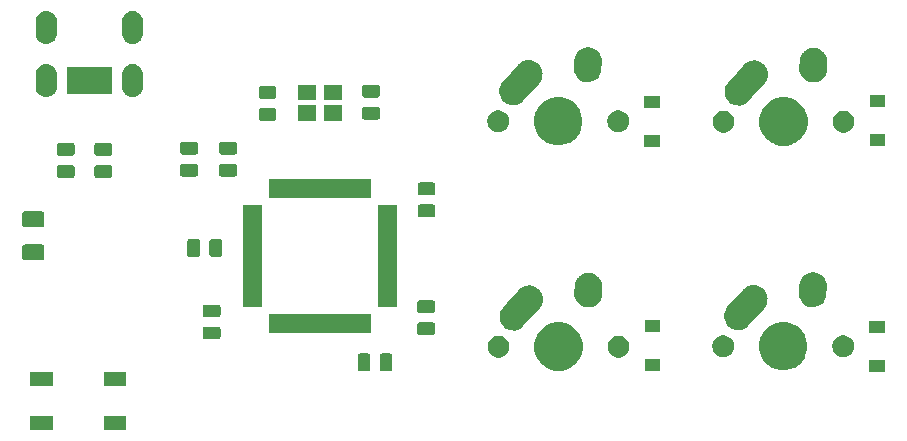
<source format=gbs>
G04 #@! TF.GenerationSoftware,KiCad,Pcbnew,(5.1.4)-1*
G04 #@! TF.CreationDate,2023-04-29T11:54:21-04:00*
G04 #@! TF.ProjectId,Evan-PCB-ISP,4576616e-2d50-4434-922d-4953502e6b69,rev?*
G04 #@! TF.SameCoordinates,Original*
G04 #@! TF.FileFunction,Soldermask,Bot*
G04 #@! TF.FilePolarity,Negative*
%FSLAX46Y46*%
G04 Gerber Fmt 4.6, Leading zero omitted, Abs format (unit mm)*
G04 Created by KiCad (PCBNEW (5.1.4)-1) date 2023-04-29 11:54:21*
%MOMM*%
%LPD*%
G04 APERTURE LIST*
%ADD10C,0.100000*%
G04 APERTURE END LIST*
D10*
G36*
X122923000Y-117386000D02*
G01*
X121021000Y-117386000D01*
X121021000Y-116184000D01*
X122923000Y-116184000D01*
X122923000Y-117386000D01*
X122923000Y-117386000D01*
G37*
G36*
X116723000Y-117386000D02*
G01*
X114821000Y-117386000D01*
X114821000Y-116184000D01*
X116723000Y-116184000D01*
X116723000Y-117386000D01*
X116723000Y-117386000D01*
G37*
G36*
X116723000Y-113686000D02*
G01*
X114821000Y-113686000D01*
X114821000Y-112484000D01*
X116723000Y-112484000D01*
X116723000Y-113686000D01*
X116723000Y-113686000D01*
G37*
G36*
X122923000Y-113686000D02*
G01*
X121021000Y-113686000D01*
X121021000Y-112484000D01*
X122923000Y-112484000D01*
X122923000Y-113686000D01*
X122923000Y-113686000D01*
G37*
G36*
X187150500Y-112450500D02*
G01*
X185848500Y-112450500D01*
X185848500Y-111448500D01*
X187150500Y-111448500D01*
X187150500Y-112450500D01*
X187150500Y-112450500D01*
G37*
G36*
X168132250Y-112419750D02*
G01*
X166830250Y-112419750D01*
X166830250Y-111417750D01*
X168132250Y-111417750D01*
X168132250Y-112419750D01*
X168132250Y-112419750D01*
G37*
G36*
X145310718Y-110918315D02*
G01*
X145349388Y-110930046D01*
X145385027Y-110949096D01*
X145416267Y-110974733D01*
X145441904Y-111005973D01*
X145460954Y-111041612D01*
X145472685Y-111080282D01*
X145477250Y-111126638D01*
X145477250Y-112202862D01*
X145472685Y-112249218D01*
X145460954Y-112287888D01*
X145441904Y-112323527D01*
X145416267Y-112354767D01*
X145385027Y-112380404D01*
X145349388Y-112399454D01*
X145310718Y-112411185D01*
X145264362Y-112415750D01*
X144613138Y-112415750D01*
X144566782Y-112411185D01*
X144528112Y-112399454D01*
X144492473Y-112380404D01*
X144461233Y-112354767D01*
X144435596Y-112323527D01*
X144416546Y-112287888D01*
X144404815Y-112249218D01*
X144400250Y-112202862D01*
X144400250Y-111126638D01*
X144404815Y-111080282D01*
X144416546Y-111041612D01*
X144435596Y-111005973D01*
X144461233Y-110974733D01*
X144492473Y-110949096D01*
X144528112Y-110930046D01*
X144566782Y-110918315D01*
X144613138Y-110913750D01*
X145264362Y-110913750D01*
X145310718Y-110918315D01*
X145310718Y-110918315D01*
G37*
G36*
X143435718Y-110918315D02*
G01*
X143474388Y-110930046D01*
X143510027Y-110949096D01*
X143541267Y-110974733D01*
X143566904Y-111005973D01*
X143585954Y-111041612D01*
X143597685Y-111080282D01*
X143602250Y-111126638D01*
X143602250Y-112202862D01*
X143597685Y-112249218D01*
X143585954Y-112287888D01*
X143566904Y-112323527D01*
X143541267Y-112354767D01*
X143510027Y-112380404D01*
X143474388Y-112399454D01*
X143435718Y-112411185D01*
X143389362Y-112415750D01*
X142738138Y-112415750D01*
X142691782Y-112411185D01*
X142653112Y-112399454D01*
X142617473Y-112380404D01*
X142586233Y-112354767D01*
X142560596Y-112323527D01*
X142541546Y-112287888D01*
X142529815Y-112249218D01*
X142525250Y-112202862D01*
X142525250Y-111126638D01*
X142529815Y-111080282D01*
X142541546Y-111041612D01*
X142560596Y-111005973D01*
X142586233Y-110974733D01*
X142617473Y-110949096D01*
X142653112Y-110930046D01*
X142691782Y-110918315D01*
X142738138Y-110913750D01*
X143389362Y-110913750D01*
X143435718Y-110918315D01*
X143435718Y-110918315D01*
G37*
G36*
X160140224Y-108364934D02*
G01*
X160358224Y-108455233D01*
X160512373Y-108519083D01*
X160847298Y-108742873D01*
X161132127Y-109027702D01*
X161355917Y-109362627D01*
X161388312Y-109440836D01*
X161510066Y-109734776D01*
X161588650Y-110129844D01*
X161588650Y-110532656D01*
X161510066Y-110927724D01*
X161427673Y-111126638D01*
X161355917Y-111299873D01*
X161132127Y-111634798D01*
X160847298Y-111919627D01*
X160512373Y-112143417D01*
X160368859Y-112202862D01*
X160140224Y-112297566D01*
X159745156Y-112376150D01*
X159342344Y-112376150D01*
X158947276Y-112297566D01*
X158718641Y-112202862D01*
X158575127Y-112143417D01*
X158240202Y-111919627D01*
X157955373Y-111634798D01*
X157731583Y-111299873D01*
X157659827Y-111126638D01*
X157577434Y-110927724D01*
X157498850Y-110532656D01*
X157498850Y-110129844D01*
X157577434Y-109734776D01*
X157699188Y-109440836D01*
X157731583Y-109362627D01*
X157955373Y-109027702D01*
X158240202Y-108742873D01*
X158575127Y-108519083D01*
X158729276Y-108455233D01*
X158947276Y-108364934D01*
X159342344Y-108286350D01*
X159745156Y-108286350D01*
X160140224Y-108364934D01*
X160140224Y-108364934D01*
G37*
G36*
X179158474Y-108333184D02*
G01*
X179296033Y-108390163D01*
X179530623Y-108487333D01*
X179865548Y-108711123D01*
X180150377Y-108995952D01*
X180374167Y-109330877D01*
X180406562Y-109409086D01*
X180528316Y-109703026D01*
X180606900Y-110098094D01*
X180606900Y-110500906D01*
X180528316Y-110895974D01*
X180451973Y-111080282D01*
X180374167Y-111268123D01*
X180150377Y-111603048D01*
X179865548Y-111887877D01*
X179530623Y-112111667D01*
X179453971Y-112143417D01*
X179158474Y-112265816D01*
X178763406Y-112344400D01*
X178360594Y-112344400D01*
X177965526Y-112265816D01*
X177670029Y-112143417D01*
X177593377Y-112111667D01*
X177258452Y-111887877D01*
X176973623Y-111603048D01*
X176749833Y-111268123D01*
X176672027Y-111080282D01*
X176595684Y-110895974D01*
X176517100Y-110500906D01*
X176517100Y-110098094D01*
X176595684Y-109703026D01*
X176717438Y-109409086D01*
X176749833Y-109330877D01*
X176973623Y-108995952D01*
X177258452Y-108711123D01*
X177593377Y-108487333D01*
X177827967Y-108390163D01*
X177965526Y-108333184D01*
X178360594Y-108254600D01*
X178763406Y-108254600D01*
X179158474Y-108333184D01*
X179158474Y-108333184D01*
G37*
G36*
X154733854Y-109440835D02*
G01*
X154902376Y-109510639D01*
X155054041Y-109611978D01*
X155183022Y-109740959D01*
X155284361Y-109892624D01*
X155354165Y-110061146D01*
X155389750Y-110240047D01*
X155389750Y-110422453D01*
X155354165Y-110601354D01*
X155284361Y-110769876D01*
X155183022Y-110921541D01*
X155054041Y-111050522D01*
X154902376Y-111151861D01*
X154733854Y-111221665D01*
X154554953Y-111257250D01*
X154372547Y-111257250D01*
X154193646Y-111221665D01*
X154025124Y-111151861D01*
X153873459Y-111050522D01*
X153744478Y-110921541D01*
X153643139Y-110769876D01*
X153573335Y-110601354D01*
X153537750Y-110422453D01*
X153537750Y-110240047D01*
X153573335Y-110061146D01*
X153643139Y-109892624D01*
X153744478Y-109740959D01*
X153873459Y-109611978D01*
X154025124Y-109510639D01*
X154193646Y-109440835D01*
X154372547Y-109405250D01*
X154554953Y-109405250D01*
X154733854Y-109440835D01*
X154733854Y-109440835D01*
G37*
G36*
X164893854Y-109440835D02*
G01*
X165062376Y-109510639D01*
X165214041Y-109611978D01*
X165343022Y-109740959D01*
X165444361Y-109892624D01*
X165514165Y-110061146D01*
X165549750Y-110240047D01*
X165549750Y-110422453D01*
X165514165Y-110601354D01*
X165444361Y-110769876D01*
X165343022Y-110921541D01*
X165214041Y-111050522D01*
X165062376Y-111151861D01*
X164893854Y-111221665D01*
X164714953Y-111257250D01*
X164532547Y-111257250D01*
X164353646Y-111221665D01*
X164185124Y-111151861D01*
X164033459Y-111050522D01*
X163904478Y-110921541D01*
X163803139Y-110769876D01*
X163733335Y-110601354D01*
X163697750Y-110422453D01*
X163697750Y-110240047D01*
X163733335Y-110061146D01*
X163803139Y-109892624D01*
X163904478Y-109740959D01*
X164033459Y-109611978D01*
X164185124Y-109510639D01*
X164353646Y-109440835D01*
X164532547Y-109405250D01*
X164714953Y-109405250D01*
X164893854Y-109440835D01*
X164893854Y-109440835D01*
G37*
G36*
X183912104Y-109409085D02*
G01*
X184080626Y-109478889D01*
X184232291Y-109580228D01*
X184361272Y-109709209D01*
X184462611Y-109860874D01*
X184532415Y-110029396D01*
X184568000Y-110208297D01*
X184568000Y-110390703D01*
X184532415Y-110569604D01*
X184462611Y-110738126D01*
X184361272Y-110889791D01*
X184232291Y-111018772D01*
X184080626Y-111120111D01*
X183912104Y-111189915D01*
X183733203Y-111225500D01*
X183550797Y-111225500D01*
X183371896Y-111189915D01*
X183203374Y-111120111D01*
X183051709Y-111018772D01*
X182922728Y-110889791D01*
X182821389Y-110738126D01*
X182751585Y-110569604D01*
X182716000Y-110390703D01*
X182716000Y-110208297D01*
X182751585Y-110029396D01*
X182821389Y-109860874D01*
X182922728Y-109709209D01*
X183051709Y-109580228D01*
X183203374Y-109478889D01*
X183371896Y-109409085D01*
X183550797Y-109373500D01*
X183733203Y-109373500D01*
X183912104Y-109409085D01*
X183912104Y-109409085D01*
G37*
G36*
X173752104Y-109409085D02*
G01*
X173920626Y-109478889D01*
X174072291Y-109580228D01*
X174201272Y-109709209D01*
X174302611Y-109860874D01*
X174372415Y-110029396D01*
X174408000Y-110208297D01*
X174408000Y-110390703D01*
X174372415Y-110569604D01*
X174302611Y-110738126D01*
X174201272Y-110889791D01*
X174072291Y-111018772D01*
X173920626Y-111120111D01*
X173752104Y-111189915D01*
X173573203Y-111225500D01*
X173390797Y-111225500D01*
X173211896Y-111189915D01*
X173043374Y-111120111D01*
X172891709Y-111018772D01*
X172762728Y-110889791D01*
X172661389Y-110738126D01*
X172591585Y-110569604D01*
X172556000Y-110390703D01*
X172556000Y-110208297D01*
X172591585Y-110029396D01*
X172661389Y-109860874D01*
X172762728Y-109709209D01*
X172891709Y-109580228D01*
X173043374Y-109478889D01*
X173211896Y-109409085D01*
X173390797Y-109373500D01*
X173573203Y-109373500D01*
X173752104Y-109409085D01*
X173752104Y-109409085D01*
G37*
G36*
X130759468Y-108656065D02*
G01*
X130798138Y-108667796D01*
X130833777Y-108686846D01*
X130865017Y-108712483D01*
X130890654Y-108743723D01*
X130909704Y-108779362D01*
X130921435Y-108818032D01*
X130926000Y-108864388D01*
X130926000Y-109515612D01*
X130921435Y-109561968D01*
X130909704Y-109600638D01*
X130890654Y-109636277D01*
X130865017Y-109667517D01*
X130833777Y-109693154D01*
X130798138Y-109712204D01*
X130759468Y-109723935D01*
X130713112Y-109728500D01*
X129636888Y-109728500D01*
X129590532Y-109723935D01*
X129551862Y-109712204D01*
X129516223Y-109693154D01*
X129484983Y-109667517D01*
X129459346Y-109636277D01*
X129440296Y-109600638D01*
X129428565Y-109561968D01*
X129424000Y-109515612D01*
X129424000Y-108864388D01*
X129428565Y-108818032D01*
X129440296Y-108779362D01*
X129459346Y-108743723D01*
X129484983Y-108712483D01*
X129516223Y-108686846D01*
X129551862Y-108667796D01*
X129590532Y-108656065D01*
X129636888Y-108651500D01*
X130713112Y-108651500D01*
X130759468Y-108656065D01*
X130759468Y-108656065D01*
G37*
G36*
X148920468Y-108275065D02*
G01*
X148959138Y-108286796D01*
X148994777Y-108305846D01*
X149026017Y-108331483D01*
X149051654Y-108362723D01*
X149070704Y-108398362D01*
X149082435Y-108437032D01*
X149087000Y-108483388D01*
X149087000Y-109134612D01*
X149082435Y-109180968D01*
X149070704Y-109219638D01*
X149051654Y-109255277D01*
X149026017Y-109286517D01*
X148994777Y-109312154D01*
X148959138Y-109331204D01*
X148920468Y-109342935D01*
X148874112Y-109347500D01*
X147797888Y-109347500D01*
X147751532Y-109342935D01*
X147712862Y-109331204D01*
X147677223Y-109312154D01*
X147645983Y-109286517D01*
X147620346Y-109255277D01*
X147601296Y-109219638D01*
X147589565Y-109180968D01*
X147585000Y-109134612D01*
X147585000Y-108483388D01*
X147589565Y-108437032D01*
X147601296Y-108398362D01*
X147620346Y-108362723D01*
X147645983Y-108331483D01*
X147677223Y-108305846D01*
X147712862Y-108286796D01*
X147751532Y-108275065D01*
X147797888Y-108270500D01*
X148874112Y-108270500D01*
X148920468Y-108275065D01*
X148920468Y-108275065D01*
G37*
G36*
X187150500Y-109150500D02*
G01*
X185848500Y-109150500D01*
X185848500Y-108148500D01*
X187150500Y-108148500D01*
X187150500Y-109150500D01*
X187150500Y-109150500D01*
G37*
G36*
X143676750Y-109148750D02*
G01*
X135024750Y-109148750D01*
X135024750Y-107546750D01*
X143676750Y-107546750D01*
X143676750Y-109148750D01*
X143676750Y-109148750D01*
G37*
G36*
X168132250Y-109119750D02*
G01*
X166830250Y-109119750D01*
X166830250Y-108117750D01*
X168132250Y-108117750D01*
X168132250Y-109119750D01*
X168132250Y-109119750D01*
G37*
G36*
X157066955Y-105155131D02*
G01*
X157072395Y-105155250D01*
X157159578Y-105155250D01*
X157175847Y-105158486D01*
X157194706Y-105160765D01*
X157211282Y-105161496D01*
X157295973Y-105182260D01*
X157301268Y-105183434D01*
X157386777Y-105200443D01*
X157402112Y-105206795D01*
X157420151Y-105212705D01*
X157436271Y-105216657D01*
X157515254Y-105253530D01*
X157520244Y-105255727D01*
X157600795Y-105289092D01*
X157614591Y-105298310D01*
X157631143Y-105307632D01*
X157646176Y-105314650D01*
X157716444Y-105366221D01*
X157720942Y-105369372D01*
X157793406Y-105417791D01*
X157805133Y-105429518D01*
X157819559Y-105441898D01*
X157832929Y-105451711D01*
X157866064Y-105487903D01*
X157891771Y-105515983D01*
X157895579Y-105519964D01*
X157957209Y-105581594D01*
X157966424Y-105595385D01*
X157978146Y-105610328D01*
X157989355Y-105622571D01*
X158034549Y-105697124D01*
X158037496Y-105701751D01*
X158085908Y-105774205D01*
X158092255Y-105789527D01*
X158100842Y-105806481D01*
X158109441Y-105820667D01*
X158139228Y-105902618D01*
X158141202Y-105907698D01*
X158174557Y-105988223D01*
X158174557Y-105988224D01*
X158177791Y-106004483D01*
X158182908Y-106022792D01*
X158188575Y-106038384D01*
X158201805Y-106124595D01*
X158202751Y-106129963D01*
X158219750Y-106215423D01*
X158219750Y-106232002D01*
X158221194Y-106250942D01*
X158223713Y-106267354D01*
X158219870Y-106354499D01*
X158219750Y-106359939D01*
X158219750Y-106447075D01*
X158216516Y-106463333D01*
X158214238Y-106482191D01*
X158213506Y-106498781D01*
X158192738Y-106583487D01*
X158191562Y-106588787D01*
X158174557Y-106674277D01*
X158168207Y-106689607D01*
X158162299Y-106707643D01*
X158158345Y-106723770D01*
X158121461Y-106802776D01*
X158119261Y-106807773D01*
X158085908Y-106888295D01*
X158076694Y-106902085D01*
X158067372Y-106918637D01*
X158060352Y-106933674D01*
X158008761Y-107003970D01*
X158005616Y-107008460D01*
X157957211Y-107080904D01*
X157900210Y-107137905D01*
X157895561Y-107142813D01*
X157492549Y-107591971D01*
X156570473Y-108619626D01*
X156442429Y-108736852D01*
X156372304Y-108779362D01*
X156244333Y-108856939D01*
X156026616Y-108936073D01*
X155797645Y-108971211D01*
X155566220Y-108961004D01*
X155341231Y-108905843D01*
X155236477Y-108856939D01*
X155131329Y-108807852D01*
X155034588Y-108736852D01*
X154944573Y-108670789D01*
X154824605Y-108539750D01*
X154788148Y-108499929D01*
X154726578Y-108398362D01*
X154668061Y-108301833D01*
X154588927Y-108084116D01*
X154553789Y-107855145D01*
X154563996Y-107623720D01*
X154619157Y-107398731D01*
X154685894Y-107255778D01*
X154717148Y-107188830D01*
X154717150Y-107188827D01*
X154819864Y-107048872D01*
X155603483Y-106175527D01*
X156106537Y-105614871D01*
X156117431Y-105600839D01*
X156130289Y-105581596D01*
X156187323Y-105524562D01*
X156191973Y-105519653D01*
X156207028Y-105502874D01*
X156228451Y-105483261D01*
X156232432Y-105479453D01*
X156294096Y-105417789D01*
X156307893Y-105408570D01*
X156322852Y-105396835D01*
X156335071Y-105385648D01*
X156368992Y-105365085D01*
X156409580Y-105340481D01*
X156414171Y-105337558D01*
X156486705Y-105289092D01*
X156502050Y-105282736D01*
X156518998Y-105274151D01*
X156533166Y-105265562D01*
X156533167Y-105265562D01*
X156533168Y-105265561D01*
X156615062Y-105235795D01*
X156620163Y-105233812D01*
X156700723Y-105200443D01*
X156717002Y-105197205D01*
X156735292Y-105192094D01*
X156750885Y-105186427D01*
X156837050Y-105173204D01*
X156842413Y-105172259D01*
X156927923Y-105155250D01*
X156944516Y-105155250D01*
X156963459Y-105153805D01*
X156979856Y-105151289D01*
X157066955Y-105155131D01*
X157066955Y-105155131D01*
G37*
G36*
X176085205Y-105123381D02*
G01*
X176090645Y-105123500D01*
X176177828Y-105123500D01*
X176194097Y-105126736D01*
X176212956Y-105129015D01*
X176229532Y-105129746D01*
X176314223Y-105150510D01*
X176319518Y-105151684D01*
X176405027Y-105168693D01*
X176420362Y-105175045D01*
X176438401Y-105180955D01*
X176454521Y-105184907D01*
X176533504Y-105221780D01*
X176538494Y-105223977D01*
X176619045Y-105257342D01*
X176632841Y-105266560D01*
X176649393Y-105275882D01*
X176664426Y-105282900D01*
X176734694Y-105334471D01*
X176739192Y-105337622D01*
X176811656Y-105386041D01*
X176823383Y-105397768D01*
X176837809Y-105410148D01*
X176851179Y-105419961D01*
X176909132Y-105483261D01*
X176910021Y-105484233D01*
X176913829Y-105488214D01*
X176975459Y-105549844D01*
X176984674Y-105563635D01*
X176996396Y-105578578D01*
X177007605Y-105590821D01*
X177052799Y-105665374D01*
X177055746Y-105670001D01*
X177104158Y-105742455D01*
X177110505Y-105757777D01*
X177119092Y-105774731D01*
X177127691Y-105788917D01*
X177157478Y-105870868D01*
X177159452Y-105875948D01*
X177192807Y-105956473D01*
X177195457Y-105969794D01*
X177196041Y-105972733D01*
X177201158Y-105991042D01*
X177206825Y-106006634D01*
X177220055Y-106092845D01*
X177221001Y-106098213D01*
X177238000Y-106183673D01*
X177238000Y-106200252D01*
X177239444Y-106219192D01*
X177241963Y-106235604D01*
X177238120Y-106322749D01*
X177238000Y-106328189D01*
X177238000Y-106415325D01*
X177234766Y-106431583D01*
X177232488Y-106450441D01*
X177231756Y-106467031D01*
X177210988Y-106551737D01*
X177209812Y-106557037D01*
X177192807Y-106642527D01*
X177186457Y-106657857D01*
X177180549Y-106675893D01*
X177176595Y-106692020D01*
X177139711Y-106771026D01*
X177137511Y-106776023D01*
X177104158Y-106856545D01*
X177094944Y-106870335D01*
X177085622Y-106886887D01*
X177078602Y-106901924D01*
X177027011Y-106972220D01*
X177023866Y-106976710D01*
X176975461Y-107049154D01*
X176918460Y-107106155D01*
X176913811Y-107111063D01*
X176302368Y-107792517D01*
X175588723Y-108587876D01*
X175460679Y-108705102D01*
X175398371Y-108742873D01*
X175262583Y-108825189D01*
X175044866Y-108904323D01*
X174815895Y-108939461D01*
X174584470Y-108929254D01*
X174359481Y-108874093D01*
X174254727Y-108825189D01*
X174149579Y-108776102D01*
X174052838Y-108705102D01*
X173962823Y-108639039D01*
X173835465Y-108499928D01*
X173806398Y-108468179D01*
X173724564Y-108333185D01*
X173686311Y-108270083D01*
X173607177Y-108052366D01*
X173572039Y-107823395D01*
X173582246Y-107591970D01*
X173637407Y-107366981D01*
X173694489Y-107244709D01*
X173735398Y-107157080D01*
X173745868Y-107142814D01*
X173838114Y-107017122D01*
X174593245Y-106175527D01*
X175124787Y-105583121D01*
X175135681Y-105569089D01*
X175148539Y-105549846D01*
X175205573Y-105492812D01*
X175210223Y-105487903D01*
X175225278Y-105471124D01*
X175246701Y-105451511D01*
X175250682Y-105447703D01*
X175312346Y-105386039D01*
X175326143Y-105376820D01*
X175341102Y-105365085D01*
X175353321Y-105353898D01*
X175385385Y-105334461D01*
X175427830Y-105308731D01*
X175432421Y-105305808D01*
X175504955Y-105257342D01*
X175520300Y-105250986D01*
X175537248Y-105242401D01*
X175551416Y-105233812D01*
X175551417Y-105233812D01*
X175551418Y-105233811D01*
X175633312Y-105204045D01*
X175638410Y-105202063D01*
X175718973Y-105168693D01*
X175735252Y-105165455D01*
X175753542Y-105160344D01*
X175769135Y-105154677D01*
X175855300Y-105141454D01*
X175860663Y-105140509D01*
X175946173Y-105123500D01*
X175962766Y-105123500D01*
X175981709Y-105122055D01*
X175998106Y-105119539D01*
X176085205Y-105123381D01*
X176085205Y-105123381D01*
G37*
G36*
X130759468Y-106781065D02*
G01*
X130798138Y-106792796D01*
X130833777Y-106811846D01*
X130865017Y-106837483D01*
X130890654Y-106868723D01*
X130909704Y-106904362D01*
X130921435Y-106943032D01*
X130926000Y-106989388D01*
X130926000Y-107640612D01*
X130921435Y-107686968D01*
X130909704Y-107725638D01*
X130890654Y-107761277D01*
X130865017Y-107792517D01*
X130833777Y-107818154D01*
X130798138Y-107837204D01*
X130759468Y-107848935D01*
X130713112Y-107853500D01*
X129636888Y-107853500D01*
X129590532Y-107848935D01*
X129551862Y-107837204D01*
X129516223Y-107818154D01*
X129484983Y-107792517D01*
X129459346Y-107761277D01*
X129440296Y-107725638D01*
X129428565Y-107686968D01*
X129424000Y-107640612D01*
X129424000Y-106989388D01*
X129428565Y-106943032D01*
X129440296Y-106904362D01*
X129459346Y-106868723D01*
X129484983Y-106837483D01*
X129516223Y-106811846D01*
X129551862Y-106792796D01*
X129590532Y-106781065D01*
X129636888Y-106776500D01*
X130713112Y-106776500D01*
X130759468Y-106781065D01*
X130759468Y-106781065D01*
G37*
G36*
X148920468Y-106400065D02*
G01*
X148959138Y-106411796D01*
X148994777Y-106430846D01*
X149026017Y-106456483D01*
X149051654Y-106487723D01*
X149070704Y-106523362D01*
X149082435Y-106562032D01*
X149087000Y-106608388D01*
X149087000Y-107259612D01*
X149082435Y-107305968D01*
X149070704Y-107344638D01*
X149051654Y-107380277D01*
X149026017Y-107411517D01*
X148994777Y-107437154D01*
X148959138Y-107456204D01*
X148920468Y-107467935D01*
X148874112Y-107472500D01*
X147797888Y-107472500D01*
X147751532Y-107467935D01*
X147712862Y-107456204D01*
X147677223Y-107437154D01*
X147645983Y-107411517D01*
X147620346Y-107380277D01*
X147601296Y-107344638D01*
X147589565Y-107305968D01*
X147585000Y-107259612D01*
X147585000Y-106608388D01*
X147589565Y-106562032D01*
X147601296Y-106523362D01*
X147620346Y-106487723D01*
X147645983Y-106456483D01*
X147677223Y-106430846D01*
X147712862Y-106411796D01*
X147751532Y-106400065D01*
X147797888Y-106395500D01*
X148874112Y-106395500D01*
X148920468Y-106400065D01*
X148920468Y-106400065D01*
G37*
G36*
X162171877Y-104073511D02*
G01*
X162192650Y-104075250D01*
X162199577Y-104075250D01*
X162294504Y-104094132D01*
X162298098Y-104094792D01*
X162393480Y-104110874D01*
X162399953Y-104113335D01*
X162419978Y-104119091D01*
X162426777Y-104120443D01*
X162489164Y-104146284D01*
X162516193Y-104157480D01*
X162519594Y-104158831D01*
X162610005Y-104193211D01*
X162615877Y-104196890D01*
X162634386Y-104206437D01*
X162640795Y-104209092D01*
X162721313Y-104262892D01*
X162724304Y-104264828D01*
X162806307Y-104316209D01*
X162811334Y-104320950D01*
X162827646Y-104333941D01*
X162833402Y-104337787D01*
X162901860Y-104406245D01*
X162904439Y-104408749D01*
X162974840Y-104475139D01*
X162978845Y-104480769D01*
X162992309Y-104496694D01*
X162997209Y-104501594D01*
X163050994Y-104582089D01*
X163053041Y-104585057D01*
X163109130Y-104663895D01*
X163111964Y-104670208D01*
X163122058Y-104688443D01*
X163125908Y-104694205D01*
X163162970Y-104783680D01*
X163164374Y-104786935D01*
X163204015Y-104875223D01*
X163205565Y-104881975D01*
X163211902Y-104901812D01*
X163214557Y-104908223D01*
X163233442Y-105003167D01*
X163234188Y-105006651D01*
X163255848Y-105101001D01*
X163255927Y-105103678D01*
X163256050Y-105107904D01*
X163258397Y-105128620D01*
X163259750Y-105135424D01*
X163259750Y-105232236D01*
X163259803Y-105235834D01*
X163260938Y-105274527D01*
X163260045Y-105287475D01*
X163259750Y-105296047D01*
X163259750Y-105367076D01*
X163253831Y-105396835D01*
X163253354Y-105399229D01*
X163251250Y-105415000D01*
X163212988Y-105969795D01*
X163184126Y-106140980D01*
X163101788Y-106357505D01*
X162978791Y-106553807D01*
X162819861Y-106722340D01*
X162631105Y-106856630D01*
X162419777Y-106951515D01*
X162193999Y-107003348D01*
X161962448Y-107010139D01*
X161962447Y-107010139D01*
X161916762Y-107002436D01*
X161734020Y-106971626D01*
X161517495Y-106889288D01*
X161321193Y-106766291D01*
X161152660Y-106607361D01*
X161018370Y-106418605D01*
X160923485Y-106207277D01*
X160871652Y-105981499D01*
X160866562Y-105807973D01*
X160907454Y-105215044D01*
X160907750Y-105206446D01*
X160907750Y-105135425D01*
X160908879Y-105129747D01*
X160926638Y-105040469D01*
X160927294Y-105036895D01*
X160932981Y-105003167D01*
X160943374Y-104941520D01*
X160945835Y-104935049D01*
X160951592Y-104915017D01*
X160952636Y-104909770D01*
X160952943Y-104908223D01*
X160990014Y-104818726D01*
X160991303Y-104815480D01*
X161025712Y-104724995D01*
X161029386Y-104719131D01*
X161038937Y-104700615D01*
X161041592Y-104694205D01*
X161095407Y-104613665D01*
X161097327Y-104610699D01*
X161148709Y-104528693D01*
X161153461Y-104523654D01*
X161166439Y-104507357D01*
X161170287Y-104501598D01*
X161238743Y-104433142D01*
X161241296Y-104430512D01*
X161261773Y-104408798D01*
X161307639Y-104360160D01*
X161313271Y-104356153D01*
X161329197Y-104342688D01*
X161334096Y-104337789D01*
X161414574Y-104284016D01*
X161417556Y-104281960D01*
X161496395Y-104225870D01*
X161502705Y-104223037D01*
X161520944Y-104212941D01*
X161526701Y-104209094D01*
X161526704Y-104209093D01*
X161526705Y-104209092D01*
X161616179Y-104172031D01*
X161619437Y-104170625D01*
X161707723Y-104130985D01*
X161714475Y-104129435D01*
X161734312Y-104123098D01*
X161740723Y-104120443D01*
X161835649Y-104101561D01*
X161839196Y-104100801D01*
X161933501Y-104079151D01*
X161935880Y-104079081D01*
X161940415Y-104078948D01*
X161961131Y-104076601D01*
X161967924Y-104075250D01*
X162064709Y-104075250D01*
X162068334Y-104075197D01*
X162165052Y-104072360D01*
X162171877Y-104073511D01*
X162171877Y-104073511D01*
G37*
G36*
X181190127Y-104041761D02*
G01*
X181210900Y-104043500D01*
X181217827Y-104043500D01*
X181312754Y-104062382D01*
X181316348Y-104063042D01*
X181411730Y-104079124D01*
X181418203Y-104081585D01*
X181438228Y-104087341D01*
X181445027Y-104088693D01*
X181498577Y-104110874D01*
X181534443Y-104125730D01*
X181537844Y-104127081D01*
X181628255Y-104161461D01*
X181634127Y-104165140D01*
X181652636Y-104174687D01*
X181659045Y-104177342D01*
X181739563Y-104231142D01*
X181742554Y-104233078D01*
X181824557Y-104284459D01*
X181829584Y-104289200D01*
X181845896Y-104302191D01*
X181851652Y-104306037D01*
X181920110Y-104374495D01*
X181922689Y-104376999D01*
X181993090Y-104443389D01*
X181997095Y-104449019D01*
X182010559Y-104464944D01*
X182015459Y-104469844D01*
X182069244Y-104550339D01*
X182071291Y-104553307D01*
X182127380Y-104632145D01*
X182130214Y-104638458D01*
X182140308Y-104656693D01*
X182144158Y-104662455D01*
X182181220Y-104751930D01*
X182182624Y-104755185D01*
X182222265Y-104843473D01*
X182223815Y-104850225D01*
X182230152Y-104870062D01*
X182232807Y-104876473D01*
X182251692Y-104971417D01*
X182252438Y-104974901D01*
X182274098Y-105069251D01*
X182274098Y-105069254D01*
X182274300Y-105076154D01*
X182276647Y-105096870D01*
X182278000Y-105103674D01*
X182278000Y-105200486D01*
X182278053Y-105204084D01*
X182279188Y-105242777D01*
X182278295Y-105255725D01*
X182278000Y-105264297D01*
X182278000Y-105335326D01*
X182271685Y-105367076D01*
X182271604Y-105367479D01*
X182269500Y-105383250D01*
X182231238Y-105938045D01*
X182202376Y-106109230D01*
X182120038Y-106325755D01*
X181997041Y-106522057D01*
X181838111Y-106690590D01*
X181649355Y-106824880D01*
X181438027Y-106919765D01*
X181212249Y-106971598D01*
X180980698Y-106978389D01*
X180980697Y-106978389D01*
X180935012Y-106970686D01*
X180752270Y-106939876D01*
X180535745Y-106857538D01*
X180339443Y-106734541D01*
X180170910Y-106575611D01*
X180036620Y-106386855D01*
X179941735Y-106175527D01*
X179889902Y-105949749D01*
X179884812Y-105776223D01*
X179925704Y-105183294D01*
X179926000Y-105174696D01*
X179926000Y-105103675D01*
X179938566Y-105040500D01*
X179944888Y-105008719D01*
X179945544Y-105005145D01*
X179951231Y-104971417D01*
X179961624Y-104909770D01*
X179964085Y-104903299D01*
X179969842Y-104883267D01*
X179971193Y-104876474D01*
X179971711Y-104875223D01*
X180008264Y-104786976D01*
X180009553Y-104783730D01*
X180043962Y-104693245D01*
X180047636Y-104687381D01*
X180057187Y-104668865D01*
X180059842Y-104662455D01*
X180113657Y-104581915D01*
X180115577Y-104578949D01*
X180166959Y-104496943D01*
X180171711Y-104491904D01*
X180184689Y-104475607D01*
X180188537Y-104469848D01*
X180256993Y-104401392D01*
X180259546Y-104398762D01*
X180280023Y-104377048D01*
X180325889Y-104328410D01*
X180331521Y-104324403D01*
X180347447Y-104310938D01*
X180352346Y-104306039D01*
X180432824Y-104252266D01*
X180435806Y-104250210D01*
X180514645Y-104194120D01*
X180520955Y-104191287D01*
X180539194Y-104181191D01*
X180544951Y-104177344D01*
X180544954Y-104177343D01*
X180544955Y-104177342D01*
X180634429Y-104140281D01*
X180637687Y-104138875D01*
X180725973Y-104099235D01*
X180732725Y-104097685D01*
X180752562Y-104091348D01*
X180758973Y-104088693D01*
X180853899Y-104069811D01*
X180857446Y-104069051D01*
X180951751Y-104047401D01*
X180954130Y-104047331D01*
X180958665Y-104047198D01*
X180979381Y-104044851D01*
X180986174Y-104043500D01*
X181082959Y-104043500D01*
X181086584Y-104043447D01*
X181183302Y-104040610D01*
X181190127Y-104041761D01*
X181190127Y-104041761D01*
G37*
G36*
X134451750Y-106973750D02*
G01*
X132849750Y-106973750D01*
X132849750Y-98321750D01*
X134451750Y-98321750D01*
X134451750Y-106973750D01*
X134451750Y-106973750D01*
G37*
G36*
X145851750Y-106973750D02*
G01*
X144249750Y-106973750D01*
X144249750Y-98321750D01*
X145851750Y-98321750D01*
X145851750Y-106973750D01*
X145851750Y-106973750D01*
G37*
G36*
X115830604Y-101690347D02*
G01*
X115867144Y-101701432D01*
X115900821Y-101719433D01*
X115930341Y-101743659D01*
X115954567Y-101773179D01*
X115972568Y-101806856D01*
X115983653Y-101843396D01*
X115988000Y-101887538D01*
X115988000Y-102836462D01*
X115983653Y-102880604D01*
X115972568Y-102917144D01*
X115954567Y-102950821D01*
X115930341Y-102980341D01*
X115900821Y-103004567D01*
X115867144Y-103022568D01*
X115830604Y-103033653D01*
X115786462Y-103038000D01*
X114337538Y-103038000D01*
X114293396Y-103033653D01*
X114256856Y-103022568D01*
X114223179Y-103004567D01*
X114193659Y-102980341D01*
X114169433Y-102950821D01*
X114151432Y-102917144D01*
X114140347Y-102880604D01*
X114136000Y-102836462D01*
X114136000Y-101887538D01*
X114140347Y-101843396D01*
X114151432Y-101806856D01*
X114169433Y-101773179D01*
X114193659Y-101743659D01*
X114223179Y-101719433D01*
X114256856Y-101701432D01*
X114293396Y-101690347D01*
X114337538Y-101686000D01*
X115786462Y-101686000D01*
X115830604Y-101690347D01*
X115830604Y-101690347D01*
G37*
G36*
X130897968Y-101234565D02*
G01*
X130936638Y-101246296D01*
X130972277Y-101265346D01*
X131003517Y-101290983D01*
X131029154Y-101322223D01*
X131048204Y-101357862D01*
X131059935Y-101396532D01*
X131064500Y-101442888D01*
X131064500Y-102519112D01*
X131059935Y-102565468D01*
X131048204Y-102604138D01*
X131029154Y-102639777D01*
X131003517Y-102671017D01*
X130972277Y-102696654D01*
X130936638Y-102715704D01*
X130897968Y-102727435D01*
X130851612Y-102732000D01*
X130200388Y-102732000D01*
X130154032Y-102727435D01*
X130115362Y-102715704D01*
X130079723Y-102696654D01*
X130048483Y-102671017D01*
X130022846Y-102639777D01*
X130003796Y-102604138D01*
X129992065Y-102565468D01*
X129987500Y-102519112D01*
X129987500Y-101442888D01*
X129992065Y-101396532D01*
X130003796Y-101357862D01*
X130022846Y-101322223D01*
X130048483Y-101290983D01*
X130079723Y-101265346D01*
X130115362Y-101246296D01*
X130154032Y-101234565D01*
X130200388Y-101230000D01*
X130851612Y-101230000D01*
X130897968Y-101234565D01*
X130897968Y-101234565D01*
G37*
G36*
X129022968Y-101234565D02*
G01*
X129061638Y-101246296D01*
X129097277Y-101265346D01*
X129128517Y-101290983D01*
X129154154Y-101322223D01*
X129173204Y-101357862D01*
X129184935Y-101396532D01*
X129189500Y-101442888D01*
X129189500Y-102519112D01*
X129184935Y-102565468D01*
X129173204Y-102604138D01*
X129154154Y-102639777D01*
X129128517Y-102671017D01*
X129097277Y-102696654D01*
X129061638Y-102715704D01*
X129022968Y-102727435D01*
X128976612Y-102732000D01*
X128325388Y-102732000D01*
X128279032Y-102727435D01*
X128240362Y-102715704D01*
X128204723Y-102696654D01*
X128173483Y-102671017D01*
X128147846Y-102639777D01*
X128128796Y-102604138D01*
X128117065Y-102565468D01*
X128112500Y-102519112D01*
X128112500Y-101442888D01*
X128117065Y-101396532D01*
X128128796Y-101357862D01*
X128147846Y-101322223D01*
X128173483Y-101290983D01*
X128204723Y-101265346D01*
X128240362Y-101246296D01*
X128279032Y-101234565D01*
X128325388Y-101230000D01*
X128976612Y-101230000D01*
X129022968Y-101234565D01*
X129022968Y-101234565D01*
G37*
G36*
X115830604Y-98890347D02*
G01*
X115867144Y-98901432D01*
X115900821Y-98919433D01*
X115930341Y-98943659D01*
X115954567Y-98973179D01*
X115972568Y-99006856D01*
X115983653Y-99043396D01*
X115988000Y-99087538D01*
X115988000Y-100036462D01*
X115983653Y-100080604D01*
X115972568Y-100117144D01*
X115954567Y-100150821D01*
X115930341Y-100180341D01*
X115900821Y-100204567D01*
X115867144Y-100222568D01*
X115830604Y-100233653D01*
X115786462Y-100238000D01*
X114337538Y-100238000D01*
X114293396Y-100233653D01*
X114256856Y-100222568D01*
X114223179Y-100204567D01*
X114193659Y-100180341D01*
X114169433Y-100150821D01*
X114151432Y-100117144D01*
X114140347Y-100080604D01*
X114136000Y-100036462D01*
X114136000Y-99087538D01*
X114140347Y-99043396D01*
X114151432Y-99006856D01*
X114169433Y-98973179D01*
X114193659Y-98943659D01*
X114223179Y-98919433D01*
X114256856Y-98901432D01*
X114293396Y-98890347D01*
X114337538Y-98886000D01*
X115786462Y-98886000D01*
X115830604Y-98890347D01*
X115830604Y-98890347D01*
G37*
G36*
X148952218Y-98303815D02*
G01*
X148990888Y-98315546D01*
X149026527Y-98334596D01*
X149057767Y-98360233D01*
X149083404Y-98391473D01*
X149102454Y-98427112D01*
X149114185Y-98465782D01*
X149118750Y-98512138D01*
X149118750Y-99163362D01*
X149114185Y-99209718D01*
X149102454Y-99248388D01*
X149083404Y-99284027D01*
X149057767Y-99315267D01*
X149026527Y-99340904D01*
X148990888Y-99359954D01*
X148952218Y-99371685D01*
X148905862Y-99376250D01*
X147829638Y-99376250D01*
X147783282Y-99371685D01*
X147744612Y-99359954D01*
X147708973Y-99340904D01*
X147677733Y-99315267D01*
X147652096Y-99284027D01*
X147633046Y-99248388D01*
X147621315Y-99209718D01*
X147616750Y-99163362D01*
X147616750Y-98512138D01*
X147621315Y-98465782D01*
X147633046Y-98427112D01*
X147652096Y-98391473D01*
X147677733Y-98360233D01*
X147708973Y-98334596D01*
X147744612Y-98315546D01*
X147783282Y-98303815D01*
X147829638Y-98299250D01*
X148905862Y-98299250D01*
X148952218Y-98303815D01*
X148952218Y-98303815D01*
G37*
G36*
X143676750Y-97748750D02*
G01*
X135024750Y-97748750D01*
X135024750Y-96146750D01*
X143676750Y-96146750D01*
X143676750Y-97748750D01*
X143676750Y-97748750D01*
G37*
G36*
X148952218Y-96428815D02*
G01*
X148990888Y-96440546D01*
X149026527Y-96459596D01*
X149057767Y-96485233D01*
X149083404Y-96516473D01*
X149102454Y-96552112D01*
X149114185Y-96590782D01*
X149118750Y-96637138D01*
X149118750Y-97288362D01*
X149114185Y-97334718D01*
X149102454Y-97373388D01*
X149083404Y-97409027D01*
X149057767Y-97440267D01*
X149026527Y-97465904D01*
X148990888Y-97484954D01*
X148952218Y-97496685D01*
X148905862Y-97501250D01*
X147829638Y-97501250D01*
X147783282Y-97496685D01*
X147744612Y-97484954D01*
X147708973Y-97465904D01*
X147677733Y-97440267D01*
X147652096Y-97409027D01*
X147633046Y-97373388D01*
X147621315Y-97334718D01*
X147616750Y-97288362D01*
X147616750Y-96637138D01*
X147621315Y-96590782D01*
X147633046Y-96552112D01*
X147652096Y-96516473D01*
X147677733Y-96485233D01*
X147708973Y-96459596D01*
X147744612Y-96440546D01*
X147783282Y-96428815D01*
X147829638Y-96424250D01*
X148905862Y-96424250D01*
X148952218Y-96428815D01*
X148952218Y-96428815D01*
G37*
G36*
X121583718Y-94971815D02*
G01*
X121622388Y-94983546D01*
X121658027Y-95002596D01*
X121689267Y-95028233D01*
X121714904Y-95059473D01*
X121733954Y-95095112D01*
X121745685Y-95133782D01*
X121750250Y-95180138D01*
X121750250Y-95831362D01*
X121745685Y-95877718D01*
X121733954Y-95916388D01*
X121714904Y-95952027D01*
X121689267Y-95983267D01*
X121658027Y-96008904D01*
X121622388Y-96027954D01*
X121583718Y-96039685D01*
X121537362Y-96044250D01*
X120461138Y-96044250D01*
X120414782Y-96039685D01*
X120376112Y-96027954D01*
X120340473Y-96008904D01*
X120309233Y-95983267D01*
X120283596Y-95952027D01*
X120264546Y-95916388D01*
X120252815Y-95877718D01*
X120248250Y-95831362D01*
X120248250Y-95180138D01*
X120252815Y-95133782D01*
X120264546Y-95095112D01*
X120283596Y-95059473D01*
X120309233Y-95028233D01*
X120340473Y-95002596D01*
X120376112Y-94983546D01*
X120414782Y-94971815D01*
X120461138Y-94967250D01*
X121537362Y-94967250D01*
X121583718Y-94971815D01*
X121583718Y-94971815D01*
G37*
G36*
X118408718Y-94971815D02*
G01*
X118447388Y-94983546D01*
X118483027Y-95002596D01*
X118514267Y-95028233D01*
X118539904Y-95059473D01*
X118558954Y-95095112D01*
X118570685Y-95133782D01*
X118575250Y-95180138D01*
X118575250Y-95831362D01*
X118570685Y-95877718D01*
X118558954Y-95916388D01*
X118539904Y-95952027D01*
X118514267Y-95983267D01*
X118483027Y-96008904D01*
X118447388Y-96027954D01*
X118408718Y-96039685D01*
X118362362Y-96044250D01*
X117286138Y-96044250D01*
X117239782Y-96039685D01*
X117201112Y-96027954D01*
X117165473Y-96008904D01*
X117134233Y-95983267D01*
X117108596Y-95952027D01*
X117089546Y-95916388D01*
X117077815Y-95877718D01*
X117073250Y-95831362D01*
X117073250Y-95180138D01*
X117077815Y-95133782D01*
X117089546Y-95095112D01*
X117108596Y-95059473D01*
X117134233Y-95028233D01*
X117165473Y-95002596D01*
X117201112Y-94983546D01*
X117239782Y-94971815D01*
X117286138Y-94967250D01*
X118362362Y-94967250D01*
X118408718Y-94971815D01*
X118408718Y-94971815D01*
G37*
G36*
X128854468Y-94874815D02*
G01*
X128893138Y-94886546D01*
X128928777Y-94905596D01*
X128960017Y-94931233D01*
X128985654Y-94962473D01*
X129004704Y-94998112D01*
X129016435Y-95036782D01*
X129021000Y-95083138D01*
X129021000Y-95734362D01*
X129016435Y-95780718D01*
X129004704Y-95819388D01*
X128985654Y-95855027D01*
X128960017Y-95886267D01*
X128928777Y-95911904D01*
X128893138Y-95930954D01*
X128854468Y-95942685D01*
X128808112Y-95947250D01*
X127731888Y-95947250D01*
X127685532Y-95942685D01*
X127646862Y-95930954D01*
X127611223Y-95911904D01*
X127579983Y-95886267D01*
X127554346Y-95855027D01*
X127535296Y-95819388D01*
X127523565Y-95780718D01*
X127519000Y-95734362D01*
X127519000Y-95083138D01*
X127523565Y-95036782D01*
X127535296Y-94998112D01*
X127554346Y-94962473D01*
X127579983Y-94931233D01*
X127611223Y-94905596D01*
X127646862Y-94886546D01*
X127685532Y-94874815D01*
X127731888Y-94870250D01*
X128808112Y-94870250D01*
X128854468Y-94874815D01*
X128854468Y-94874815D01*
G37*
G36*
X132156468Y-94874815D02*
G01*
X132195138Y-94886546D01*
X132230777Y-94905596D01*
X132262017Y-94931233D01*
X132287654Y-94962473D01*
X132306704Y-94998112D01*
X132318435Y-95036782D01*
X132323000Y-95083138D01*
X132323000Y-95734362D01*
X132318435Y-95780718D01*
X132306704Y-95819388D01*
X132287654Y-95855027D01*
X132262017Y-95886267D01*
X132230777Y-95911904D01*
X132195138Y-95930954D01*
X132156468Y-95942685D01*
X132110112Y-95947250D01*
X131033888Y-95947250D01*
X130987532Y-95942685D01*
X130948862Y-95930954D01*
X130913223Y-95911904D01*
X130881983Y-95886267D01*
X130856346Y-95855027D01*
X130837296Y-95819388D01*
X130825565Y-95780718D01*
X130821000Y-95734362D01*
X130821000Y-95083138D01*
X130825565Y-95036782D01*
X130837296Y-94998112D01*
X130856346Y-94962473D01*
X130881983Y-94931233D01*
X130913223Y-94905596D01*
X130948862Y-94886546D01*
X130987532Y-94874815D01*
X131033888Y-94870250D01*
X132110112Y-94870250D01*
X132156468Y-94874815D01*
X132156468Y-94874815D01*
G37*
G36*
X118408718Y-93096815D02*
G01*
X118447388Y-93108546D01*
X118483027Y-93127596D01*
X118514267Y-93153233D01*
X118539904Y-93184473D01*
X118558954Y-93220112D01*
X118570685Y-93258782D01*
X118575250Y-93305138D01*
X118575250Y-93956362D01*
X118570685Y-94002718D01*
X118558954Y-94041388D01*
X118539904Y-94077027D01*
X118514267Y-94108267D01*
X118483027Y-94133904D01*
X118447388Y-94152954D01*
X118408718Y-94164685D01*
X118362362Y-94169250D01*
X117286138Y-94169250D01*
X117239782Y-94164685D01*
X117201112Y-94152954D01*
X117165473Y-94133904D01*
X117134233Y-94108267D01*
X117108596Y-94077027D01*
X117089546Y-94041388D01*
X117077815Y-94002718D01*
X117073250Y-93956362D01*
X117073250Y-93305138D01*
X117077815Y-93258782D01*
X117089546Y-93220112D01*
X117108596Y-93184473D01*
X117134233Y-93153233D01*
X117165473Y-93127596D01*
X117201112Y-93108546D01*
X117239782Y-93096815D01*
X117286138Y-93092250D01*
X118362362Y-93092250D01*
X118408718Y-93096815D01*
X118408718Y-93096815D01*
G37*
G36*
X121583718Y-93096815D02*
G01*
X121622388Y-93108546D01*
X121658027Y-93127596D01*
X121689267Y-93153233D01*
X121714904Y-93184473D01*
X121733954Y-93220112D01*
X121745685Y-93258782D01*
X121750250Y-93305138D01*
X121750250Y-93956362D01*
X121745685Y-94002718D01*
X121733954Y-94041388D01*
X121714904Y-94077027D01*
X121689267Y-94108267D01*
X121658027Y-94133904D01*
X121622388Y-94152954D01*
X121583718Y-94164685D01*
X121537362Y-94169250D01*
X120461138Y-94169250D01*
X120414782Y-94164685D01*
X120376112Y-94152954D01*
X120340473Y-94133904D01*
X120309233Y-94108267D01*
X120283596Y-94077027D01*
X120264546Y-94041388D01*
X120252815Y-94002718D01*
X120248250Y-93956362D01*
X120248250Y-93305138D01*
X120252815Y-93258782D01*
X120264546Y-93220112D01*
X120283596Y-93184473D01*
X120309233Y-93153233D01*
X120340473Y-93127596D01*
X120376112Y-93108546D01*
X120414782Y-93096815D01*
X120461138Y-93092250D01*
X121537362Y-93092250D01*
X121583718Y-93096815D01*
X121583718Y-93096815D01*
G37*
G36*
X132156468Y-92999815D02*
G01*
X132195138Y-93011546D01*
X132230777Y-93030596D01*
X132262017Y-93056233D01*
X132287654Y-93087473D01*
X132306704Y-93123112D01*
X132318435Y-93161782D01*
X132323000Y-93208138D01*
X132323000Y-93859362D01*
X132318435Y-93905718D01*
X132306704Y-93944388D01*
X132287654Y-93980027D01*
X132262017Y-94011267D01*
X132230777Y-94036904D01*
X132195138Y-94055954D01*
X132156468Y-94067685D01*
X132110112Y-94072250D01*
X131033888Y-94072250D01*
X130987532Y-94067685D01*
X130948862Y-94055954D01*
X130913223Y-94036904D01*
X130881983Y-94011267D01*
X130856346Y-93980027D01*
X130837296Y-93944388D01*
X130825565Y-93905718D01*
X130821000Y-93859362D01*
X130821000Y-93208138D01*
X130825565Y-93161782D01*
X130837296Y-93123112D01*
X130856346Y-93087473D01*
X130881983Y-93056233D01*
X130913223Y-93030596D01*
X130948862Y-93011546D01*
X130987532Y-92999815D01*
X131033888Y-92995250D01*
X132110112Y-92995250D01*
X132156468Y-92999815D01*
X132156468Y-92999815D01*
G37*
G36*
X128854468Y-92999815D02*
G01*
X128893138Y-93011546D01*
X128928777Y-93030596D01*
X128960017Y-93056233D01*
X128985654Y-93087473D01*
X129004704Y-93123112D01*
X129016435Y-93161782D01*
X129021000Y-93208138D01*
X129021000Y-93859362D01*
X129016435Y-93905718D01*
X129004704Y-93944388D01*
X128985654Y-93980027D01*
X128960017Y-94011267D01*
X128928777Y-94036904D01*
X128893138Y-94055954D01*
X128854468Y-94067685D01*
X128808112Y-94072250D01*
X127731888Y-94072250D01*
X127685532Y-94067685D01*
X127646862Y-94055954D01*
X127611223Y-94036904D01*
X127579983Y-94011267D01*
X127554346Y-93980027D01*
X127535296Y-93944388D01*
X127523565Y-93905718D01*
X127519000Y-93859362D01*
X127519000Y-93208138D01*
X127523565Y-93161782D01*
X127535296Y-93123112D01*
X127554346Y-93087473D01*
X127579983Y-93056233D01*
X127611223Y-93030596D01*
X127646862Y-93011546D01*
X127685532Y-92999815D01*
X127731888Y-92995250D01*
X128808112Y-92995250D01*
X128854468Y-92999815D01*
X128854468Y-92999815D01*
G37*
G36*
X168100500Y-93400500D02*
G01*
X166798500Y-93400500D01*
X166798500Y-92398500D01*
X168100500Y-92398500D01*
X168100500Y-93400500D01*
X168100500Y-93400500D01*
G37*
G36*
X187182250Y-93369750D02*
G01*
X185880250Y-93369750D01*
X185880250Y-92367750D01*
X187182250Y-92367750D01*
X187182250Y-93369750D01*
X187182250Y-93369750D01*
G37*
G36*
X179190224Y-89314934D02*
G01*
X179408224Y-89405233D01*
X179562373Y-89469083D01*
X179897298Y-89692873D01*
X180182127Y-89977702D01*
X180405917Y-90312627D01*
X180438312Y-90390836D01*
X180560066Y-90684776D01*
X180638650Y-91079844D01*
X180638650Y-91482656D01*
X180560066Y-91877724D01*
X180469767Y-92095724D01*
X180405917Y-92249873D01*
X180182127Y-92584798D01*
X179897298Y-92869627D01*
X179562373Y-93093417D01*
X179479857Y-93127596D01*
X179190224Y-93247566D01*
X178795156Y-93326150D01*
X178392344Y-93326150D01*
X177997276Y-93247566D01*
X177707643Y-93127596D01*
X177625127Y-93093417D01*
X177290202Y-92869627D01*
X177005373Y-92584798D01*
X176781583Y-92249873D01*
X176717733Y-92095724D01*
X176627434Y-91877724D01*
X176548850Y-91482656D01*
X176548850Y-91079844D01*
X176627434Y-90684776D01*
X176749188Y-90390836D01*
X176781583Y-90312627D01*
X177005373Y-89977702D01*
X177290202Y-89692873D01*
X177625127Y-89469083D01*
X177779276Y-89405233D01*
X177997276Y-89314934D01*
X178392344Y-89236350D01*
X178795156Y-89236350D01*
X179190224Y-89314934D01*
X179190224Y-89314934D01*
G37*
G36*
X160108474Y-89283184D02*
G01*
X160326474Y-89373483D01*
X160480623Y-89437333D01*
X160815548Y-89661123D01*
X161100377Y-89945952D01*
X161324167Y-90280877D01*
X161356562Y-90359086D01*
X161478316Y-90653026D01*
X161556900Y-91048094D01*
X161556900Y-91450906D01*
X161478316Y-91845974D01*
X161427451Y-91968772D01*
X161324167Y-92218123D01*
X161100377Y-92553048D01*
X160815548Y-92837877D01*
X160480623Y-93061667D01*
X160357309Y-93112745D01*
X160108474Y-93215816D01*
X159713406Y-93294400D01*
X159310594Y-93294400D01*
X158915526Y-93215816D01*
X158666691Y-93112745D01*
X158543377Y-93061667D01*
X158208452Y-92837877D01*
X157923623Y-92553048D01*
X157699833Y-92218123D01*
X157596549Y-91968772D01*
X157545684Y-91845974D01*
X157467100Y-91450906D01*
X157467100Y-91048094D01*
X157545684Y-90653026D01*
X157667438Y-90359086D01*
X157699833Y-90280877D01*
X157923623Y-89945952D01*
X158208452Y-89661123D01*
X158543377Y-89437333D01*
X158697526Y-89373483D01*
X158915526Y-89283184D01*
X159310594Y-89204600D01*
X159713406Y-89204600D01*
X160108474Y-89283184D01*
X160108474Y-89283184D01*
G37*
G36*
X183943854Y-90390835D02*
G01*
X184112376Y-90460639D01*
X184264041Y-90561978D01*
X184393022Y-90690959D01*
X184494361Y-90842624D01*
X184564165Y-91011146D01*
X184599750Y-91190047D01*
X184599750Y-91372453D01*
X184564165Y-91551354D01*
X184494361Y-91719876D01*
X184393022Y-91871541D01*
X184264041Y-92000522D01*
X184112376Y-92101861D01*
X183943854Y-92171665D01*
X183764953Y-92207250D01*
X183582547Y-92207250D01*
X183403646Y-92171665D01*
X183235124Y-92101861D01*
X183083459Y-92000522D01*
X182954478Y-91871541D01*
X182853139Y-91719876D01*
X182783335Y-91551354D01*
X182747750Y-91372453D01*
X182747750Y-91190047D01*
X182783335Y-91011146D01*
X182853139Y-90842624D01*
X182954478Y-90690959D01*
X183083459Y-90561978D01*
X183235124Y-90460639D01*
X183403646Y-90390835D01*
X183582547Y-90355250D01*
X183764953Y-90355250D01*
X183943854Y-90390835D01*
X183943854Y-90390835D01*
G37*
G36*
X173783854Y-90390835D02*
G01*
X173952376Y-90460639D01*
X174104041Y-90561978D01*
X174233022Y-90690959D01*
X174334361Y-90842624D01*
X174404165Y-91011146D01*
X174439750Y-91190047D01*
X174439750Y-91372453D01*
X174404165Y-91551354D01*
X174334361Y-91719876D01*
X174233022Y-91871541D01*
X174104041Y-92000522D01*
X173952376Y-92101861D01*
X173783854Y-92171665D01*
X173604953Y-92207250D01*
X173422547Y-92207250D01*
X173243646Y-92171665D01*
X173075124Y-92101861D01*
X172923459Y-92000522D01*
X172794478Y-91871541D01*
X172693139Y-91719876D01*
X172623335Y-91551354D01*
X172587750Y-91372453D01*
X172587750Y-91190047D01*
X172623335Y-91011146D01*
X172693139Y-90842624D01*
X172794478Y-90690959D01*
X172923459Y-90561978D01*
X173075124Y-90460639D01*
X173243646Y-90390835D01*
X173422547Y-90355250D01*
X173604953Y-90355250D01*
X173783854Y-90390835D01*
X173783854Y-90390835D01*
G37*
G36*
X154702104Y-90359085D02*
G01*
X154870626Y-90428889D01*
X155022291Y-90530228D01*
X155151272Y-90659209D01*
X155252611Y-90810874D01*
X155322415Y-90979396D01*
X155358000Y-91158297D01*
X155358000Y-91340703D01*
X155322415Y-91519604D01*
X155252611Y-91688126D01*
X155151272Y-91839791D01*
X155022291Y-91968772D01*
X154870626Y-92070111D01*
X154702104Y-92139915D01*
X154523203Y-92175500D01*
X154340797Y-92175500D01*
X154161896Y-92139915D01*
X153993374Y-92070111D01*
X153841709Y-91968772D01*
X153712728Y-91839791D01*
X153611389Y-91688126D01*
X153541585Y-91519604D01*
X153506000Y-91340703D01*
X153506000Y-91158297D01*
X153541585Y-90979396D01*
X153611389Y-90810874D01*
X153712728Y-90659209D01*
X153841709Y-90530228D01*
X153993374Y-90428889D01*
X154161896Y-90359085D01*
X154340797Y-90323500D01*
X154523203Y-90323500D01*
X154702104Y-90359085D01*
X154702104Y-90359085D01*
G37*
G36*
X164862104Y-90359085D02*
G01*
X165030626Y-90428889D01*
X165182291Y-90530228D01*
X165311272Y-90659209D01*
X165412611Y-90810874D01*
X165482415Y-90979396D01*
X165518000Y-91158297D01*
X165518000Y-91340703D01*
X165482415Y-91519604D01*
X165412611Y-91688126D01*
X165311272Y-91839791D01*
X165182291Y-91968772D01*
X165030626Y-92070111D01*
X164862104Y-92139915D01*
X164683203Y-92175500D01*
X164500797Y-92175500D01*
X164321896Y-92139915D01*
X164153374Y-92070111D01*
X164001709Y-91968772D01*
X163872728Y-91839791D01*
X163771389Y-91688126D01*
X163701585Y-91519604D01*
X163666000Y-91340703D01*
X163666000Y-91158297D01*
X163701585Y-90979396D01*
X163771389Y-90810874D01*
X163872728Y-90659209D01*
X164001709Y-90530228D01*
X164153374Y-90428889D01*
X164321896Y-90359085D01*
X164500797Y-90323500D01*
X164683203Y-90323500D01*
X164862104Y-90359085D01*
X164862104Y-90359085D01*
G37*
G36*
X135490218Y-90145815D02*
G01*
X135528888Y-90157546D01*
X135564527Y-90176596D01*
X135595767Y-90202233D01*
X135621404Y-90233473D01*
X135640454Y-90269112D01*
X135652185Y-90307782D01*
X135656750Y-90354138D01*
X135656750Y-91005362D01*
X135652185Y-91051718D01*
X135640454Y-91090388D01*
X135621404Y-91126027D01*
X135595767Y-91157267D01*
X135564527Y-91182904D01*
X135528888Y-91201954D01*
X135490218Y-91213685D01*
X135443862Y-91218250D01*
X134367638Y-91218250D01*
X134321282Y-91213685D01*
X134282612Y-91201954D01*
X134246973Y-91182904D01*
X134215733Y-91157267D01*
X134190096Y-91126027D01*
X134171046Y-91090388D01*
X134159315Y-91051718D01*
X134154750Y-91005362D01*
X134154750Y-90354138D01*
X134159315Y-90307782D01*
X134171046Y-90269112D01*
X134190096Y-90233473D01*
X134215733Y-90202233D01*
X134246973Y-90176596D01*
X134282612Y-90157546D01*
X134321282Y-90145815D01*
X134367638Y-90141250D01*
X135443862Y-90141250D01*
X135490218Y-90145815D01*
X135490218Y-90145815D01*
G37*
G36*
X139001750Y-91194750D02*
G01*
X137499750Y-91194750D01*
X137499750Y-89892750D01*
X139001750Y-89892750D01*
X139001750Y-91194750D01*
X139001750Y-91194750D01*
G37*
G36*
X141201750Y-91194750D02*
G01*
X139699750Y-91194750D01*
X139699750Y-89892750D01*
X141201750Y-89892750D01*
X141201750Y-91194750D01*
X141201750Y-91194750D01*
G37*
G36*
X144253218Y-90048815D02*
G01*
X144291888Y-90060546D01*
X144327527Y-90079596D01*
X144358767Y-90105233D01*
X144384404Y-90136473D01*
X144403454Y-90172112D01*
X144415185Y-90210782D01*
X144419750Y-90257138D01*
X144419750Y-90908362D01*
X144415185Y-90954718D01*
X144403454Y-90993388D01*
X144384404Y-91029027D01*
X144358767Y-91060267D01*
X144327527Y-91085904D01*
X144291888Y-91104954D01*
X144253218Y-91116685D01*
X144206862Y-91121250D01*
X143130638Y-91121250D01*
X143084282Y-91116685D01*
X143045612Y-91104954D01*
X143009973Y-91085904D01*
X142978733Y-91060267D01*
X142953096Y-91029027D01*
X142934046Y-90993388D01*
X142922315Y-90954718D01*
X142917750Y-90908362D01*
X142917750Y-90257138D01*
X142922315Y-90210782D01*
X142934046Y-90172112D01*
X142953096Y-90136473D01*
X142978733Y-90105233D01*
X143009973Y-90079596D01*
X143045612Y-90060546D01*
X143084282Y-90048815D01*
X143130638Y-90044250D01*
X144206862Y-90044250D01*
X144253218Y-90048815D01*
X144253218Y-90048815D01*
G37*
G36*
X168100500Y-90100500D02*
G01*
X166798500Y-90100500D01*
X166798500Y-89098500D01*
X168100500Y-89098500D01*
X168100500Y-90100500D01*
X168100500Y-90100500D01*
G37*
G36*
X187182250Y-90069750D02*
G01*
X185880250Y-90069750D01*
X185880250Y-89067750D01*
X187182250Y-89067750D01*
X187182250Y-90069750D01*
X187182250Y-90069750D01*
G37*
G36*
X176116955Y-86105131D02*
G01*
X176122395Y-86105250D01*
X176209578Y-86105250D01*
X176225847Y-86108486D01*
X176244706Y-86110765D01*
X176261282Y-86111496D01*
X176345973Y-86132260D01*
X176351268Y-86133434D01*
X176436777Y-86150443D01*
X176452112Y-86156795D01*
X176470151Y-86162705D01*
X176486271Y-86166657D01*
X176565254Y-86203530D01*
X176570244Y-86205727D01*
X176650795Y-86239092D01*
X176664591Y-86248310D01*
X176681143Y-86257632D01*
X176696176Y-86264650D01*
X176766444Y-86316221D01*
X176770942Y-86319372D01*
X176843406Y-86367791D01*
X176855133Y-86379518D01*
X176869559Y-86391898D01*
X176882929Y-86401711D01*
X176916064Y-86437903D01*
X176941771Y-86465983D01*
X176945579Y-86469964D01*
X177007209Y-86531594D01*
X177016424Y-86545385D01*
X177028146Y-86560328D01*
X177039355Y-86572571D01*
X177084549Y-86647124D01*
X177087496Y-86651751D01*
X177100902Y-86671815D01*
X177135908Y-86724205D01*
X177142255Y-86739527D01*
X177150842Y-86756481D01*
X177159441Y-86770667D01*
X177189228Y-86852618D01*
X177191202Y-86857698D01*
X177224557Y-86938223D01*
X177224557Y-86938224D01*
X177227791Y-86954483D01*
X177232908Y-86972792D01*
X177238575Y-86988384D01*
X177251805Y-87074595D01*
X177252751Y-87079963D01*
X177269750Y-87165423D01*
X177269750Y-87182002D01*
X177271194Y-87200942D01*
X177273713Y-87217354D01*
X177269870Y-87304499D01*
X177269750Y-87309939D01*
X177269750Y-87397075D01*
X177266516Y-87413333D01*
X177264238Y-87432191D01*
X177263506Y-87448781D01*
X177242738Y-87533487D01*
X177241562Y-87538787D01*
X177224557Y-87624277D01*
X177218207Y-87639607D01*
X177212299Y-87657643D01*
X177208345Y-87673770D01*
X177171461Y-87752776D01*
X177169261Y-87757773D01*
X177135908Y-87838295D01*
X177126694Y-87852085D01*
X177117372Y-87868637D01*
X177110352Y-87883674D01*
X177058761Y-87953970D01*
X177055616Y-87958460D01*
X177007211Y-88030904D01*
X176950210Y-88087905D01*
X176945561Y-88092813D01*
X175951341Y-89200873D01*
X175620473Y-89569626D01*
X175492429Y-89686852D01*
X175393381Y-89746895D01*
X175294333Y-89806939D01*
X175076616Y-89886073D01*
X174847645Y-89921211D01*
X174616220Y-89911004D01*
X174391231Y-89855843D01*
X174286477Y-89806939D01*
X174181329Y-89757852D01*
X174084588Y-89686852D01*
X173994573Y-89620789D01*
X173879183Y-89494750D01*
X173838148Y-89449929D01*
X173773479Y-89343250D01*
X173718061Y-89251833D01*
X173638927Y-89034116D01*
X173603789Y-88805145D01*
X173613996Y-88573720D01*
X173669157Y-88348731D01*
X173736446Y-88204596D01*
X173767148Y-88138830D01*
X173767150Y-88138827D01*
X173869864Y-87998872D01*
X174644647Y-87135375D01*
X175156537Y-86564871D01*
X175167431Y-86550839D01*
X175180289Y-86531596D01*
X175237323Y-86474562D01*
X175241973Y-86469653D01*
X175257028Y-86452874D01*
X175278451Y-86433261D01*
X175282432Y-86429453D01*
X175344096Y-86367789D01*
X175357893Y-86358570D01*
X175372852Y-86346835D01*
X175385071Y-86335648D01*
X175418992Y-86315085D01*
X175459580Y-86290481D01*
X175464171Y-86287558D01*
X175536705Y-86239092D01*
X175552050Y-86232736D01*
X175568998Y-86224151D01*
X175583166Y-86215562D01*
X175583167Y-86215562D01*
X175583168Y-86215561D01*
X175665062Y-86185795D01*
X175670163Y-86183812D01*
X175750723Y-86150443D01*
X175767002Y-86147205D01*
X175785292Y-86142094D01*
X175800885Y-86136427D01*
X175887050Y-86123204D01*
X175892413Y-86122259D01*
X175977923Y-86105250D01*
X175994516Y-86105250D01*
X176013459Y-86103805D01*
X176029856Y-86101289D01*
X176116955Y-86105131D01*
X176116955Y-86105131D01*
G37*
G36*
X157035205Y-86073381D02*
G01*
X157040645Y-86073500D01*
X157127828Y-86073500D01*
X157144097Y-86076736D01*
X157162956Y-86079015D01*
X157179532Y-86079746D01*
X157264223Y-86100510D01*
X157269518Y-86101684D01*
X157355027Y-86118693D01*
X157370362Y-86125045D01*
X157388401Y-86130955D01*
X157404521Y-86134907D01*
X157483504Y-86171780D01*
X157488494Y-86173977D01*
X157569045Y-86207342D01*
X157582841Y-86216560D01*
X157599393Y-86225882D01*
X157614426Y-86232900D01*
X157684694Y-86284471D01*
X157689192Y-86287622D01*
X157761656Y-86336041D01*
X157773383Y-86347768D01*
X157787809Y-86360148D01*
X157801179Y-86369961D01*
X157859132Y-86433261D01*
X157860021Y-86434233D01*
X157863829Y-86438214D01*
X157925459Y-86499844D01*
X157934674Y-86513635D01*
X157946396Y-86528578D01*
X157957605Y-86540821D01*
X158002799Y-86615374D01*
X158005746Y-86620001D01*
X158054158Y-86692455D01*
X158060505Y-86707777D01*
X158069092Y-86724731D01*
X158077691Y-86738917D01*
X158107478Y-86820868D01*
X158109452Y-86825948D01*
X158142807Y-86906473D01*
X158145457Y-86919794D01*
X158146041Y-86922733D01*
X158151158Y-86941042D01*
X158156825Y-86956634D01*
X158170055Y-87042845D01*
X158171001Y-87048213D01*
X158188000Y-87133673D01*
X158188000Y-87150252D01*
X158189444Y-87169192D01*
X158191963Y-87185604D01*
X158188120Y-87272749D01*
X158188000Y-87278189D01*
X158188000Y-87365325D01*
X158184766Y-87381583D01*
X158182488Y-87400441D01*
X158181756Y-87417031D01*
X158160988Y-87501737D01*
X158159812Y-87507037D01*
X158142807Y-87592527D01*
X158136457Y-87607857D01*
X158130549Y-87625893D01*
X158126595Y-87642020D01*
X158089711Y-87721026D01*
X158087511Y-87726023D01*
X158054158Y-87806545D01*
X158044944Y-87820335D01*
X158035622Y-87836887D01*
X158028602Y-87851924D01*
X157977011Y-87922220D01*
X157973866Y-87926710D01*
X157925461Y-87999154D01*
X157868460Y-88056155D01*
X157863811Y-88061063D01*
X157530569Y-88432462D01*
X156538723Y-89537876D01*
X156410679Y-89655102D01*
X156348371Y-89692873D01*
X156212583Y-89775189D01*
X155994866Y-89854323D01*
X155765895Y-89889461D01*
X155534470Y-89879254D01*
X155309481Y-89824093D01*
X155204727Y-89775189D01*
X155099579Y-89726102D01*
X155002838Y-89655102D01*
X154912823Y-89589039D01*
X154785465Y-89449928D01*
X154756398Y-89418179D01*
X154674564Y-89283185D01*
X154636311Y-89220083D01*
X154557177Y-89002366D01*
X154522039Y-88773395D01*
X154532246Y-88541970D01*
X154587407Y-88316981D01*
X154653959Y-88174424D01*
X154685398Y-88107080D01*
X154695868Y-88092814D01*
X154788114Y-87967122D01*
X155534409Y-87135375D01*
X156074787Y-86533121D01*
X156085681Y-86519089D01*
X156098539Y-86499846D01*
X156155573Y-86442812D01*
X156160223Y-86437903D01*
X156175278Y-86421124D01*
X156196701Y-86401511D01*
X156200682Y-86397703D01*
X156262346Y-86336039D01*
X156276143Y-86326820D01*
X156291102Y-86315085D01*
X156303321Y-86303898D01*
X156335385Y-86284461D01*
X156377830Y-86258731D01*
X156382421Y-86255808D01*
X156454955Y-86207342D01*
X156470300Y-86200986D01*
X156487248Y-86192401D01*
X156501416Y-86183812D01*
X156501417Y-86183812D01*
X156501418Y-86183811D01*
X156583312Y-86154045D01*
X156588410Y-86152063D01*
X156668973Y-86118693D01*
X156685252Y-86115455D01*
X156703542Y-86110344D01*
X156719135Y-86104677D01*
X156805300Y-86091454D01*
X156810663Y-86090509D01*
X156896173Y-86073500D01*
X156912766Y-86073500D01*
X156931709Y-86072055D01*
X156948106Y-86069539D01*
X157035205Y-86073381D01*
X157035205Y-86073381D01*
G37*
G36*
X141201750Y-89494750D02*
G01*
X139699750Y-89494750D01*
X139699750Y-88192750D01*
X141201750Y-88192750D01*
X141201750Y-89494750D01*
X141201750Y-89494750D01*
G37*
G36*
X139001750Y-89494750D02*
G01*
X137499750Y-89494750D01*
X137499750Y-88192750D01*
X139001750Y-88192750D01*
X139001750Y-89494750D01*
X139001750Y-89494750D01*
G37*
G36*
X135490218Y-88270815D02*
G01*
X135528888Y-88282546D01*
X135564527Y-88301596D01*
X135595767Y-88327233D01*
X135621404Y-88358473D01*
X135640454Y-88394112D01*
X135652185Y-88432782D01*
X135656750Y-88479138D01*
X135656750Y-89130362D01*
X135652185Y-89176718D01*
X135640454Y-89215388D01*
X135621404Y-89251027D01*
X135595767Y-89282267D01*
X135564527Y-89307904D01*
X135528888Y-89326954D01*
X135490218Y-89338685D01*
X135443862Y-89343250D01*
X134367638Y-89343250D01*
X134321282Y-89338685D01*
X134282612Y-89326954D01*
X134246973Y-89307904D01*
X134215733Y-89282267D01*
X134190096Y-89251027D01*
X134171046Y-89215388D01*
X134159315Y-89176718D01*
X134154750Y-89130362D01*
X134154750Y-88479138D01*
X134159315Y-88432782D01*
X134171046Y-88394112D01*
X134190096Y-88358473D01*
X134215733Y-88327233D01*
X134246973Y-88301596D01*
X134282612Y-88282546D01*
X134321282Y-88270815D01*
X134367638Y-88266250D01*
X135443862Y-88266250D01*
X135490218Y-88270815D01*
X135490218Y-88270815D01*
G37*
G36*
X144253218Y-88173815D02*
G01*
X144291888Y-88185546D01*
X144327527Y-88204596D01*
X144358767Y-88230233D01*
X144384404Y-88261473D01*
X144403454Y-88297112D01*
X144415185Y-88335782D01*
X144419750Y-88382138D01*
X144419750Y-89033362D01*
X144415185Y-89079718D01*
X144403454Y-89118388D01*
X144384404Y-89154027D01*
X144358767Y-89185267D01*
X144327527Y-89210904D01*
X144291888Y-89229954D01*
X144253218Y-89241685D01*
X144206862Y-89246250D01*
X143130638Y-89246250D01*
X143084282Y-89241685D01*
X143045612Y-89229954D01*
X143009973Y-89210904D01*
X142978733Y-89185267D01*
X142953096Y-89154027D01*
X142934046Y-89118388D01*
X142922315Y-89079718D01*
X142917750Y-89033362D01*
X142917750Y-88382138D01*
X142922315Y-88335782D01*
X142934046Y-88297112D01*
X142953096Y-88261473D01*
X142978733Y-88230233D01*
X143009973Y-88204596D01*
X143045612Y-88185546D01*
X143084282Y-88173815D01*
X143130638Y-88169250D01*
X144206862Y-88169250D01*
X144253218Y-88173815D01*
X144253218Y-88173815D01*
G37*
G36*
X116351127Y-86424037D02*
G01*
X116520966Y-86475557D01*
X116677491Y-86559222D01*
X116713229Y-86588552D01*
X116814686Y-86671814D01*
X116895811Y-86770667D01*
X116927278Y-86809009D01*
X117010943Y-86965534D01*
X117062463Y-87135373D01*
X117062463Y-87135375D01*
X117075500Y-87267740D01*
X117075500Y-88356260D01*
X117071772Y-88394112D01*
X117062463Y-88488627D01*
X117010943Y-88658466D01*
X116927278Y-88814991D01*
X116897948Y-88850729D01*
X116814686Y-88952186D01*
X116677489Y-89064779D01*
X116554792Y-89130362D01*
X116520965Y-89148443D01*
X116351126Y-89199963D01*
X116174500Y-89217359D01*
X115997873Y-89199963D01*
X115828034Y-89148443D01*
X115671509Y-89064778D01*
X115634154Y-89034121D01*
X115534314Y-88952186D01*
X115421721Y-88814989D01*
X115338058Y-88658467D01*
X115338057Y-88658465D01*
X115286537Y-88488626D01*
X115273500Y-88356257D01*
X115273501Y-87267742D01*
X115286538Y-87135373D01*
X115338058Y-86965534D01*
X115421723Y-86809009D01*
X115453190Y-86770667D01*
X115534315Y-86671814D01*
X115635772Y-86588552D01*
X115671510Y-86559222D01*
X115828035Y-86475557D01*
X115997874Y-86424037D01*
X116174500Y-86406641D01*
X116351127Y-86424037D01*
X116351127Y-86424037D01*
G37*
G36*
X123651127Y-86424037D02*
G01*
X123820966Y-86475557D01*
X123977491Y-86559222D01*
X124013229Y-86588552D01*
X124114686Y-86671814D01*
X124195811Y-86770667D01*
X124227278Y-86809009D01*
X124310943Y-86965534D01*
X124362463Y-87135373D01*
X124362463Y-87135375D01*
X124375500Y-87267740D01*
X124375500Y-88356260D01*
X124371772Y-88394112D01*
X124362463Y-88488627D01*
X124310943Y-88658466D01*
X124227278Y-88814991D01*
X124197948Y-88850729D01*
X124114686Y-88952186D01*
X123977489Y-89064779D01*
X123854792Y-89130362D01*
X123820965Y-89148443D01*
X123651126Y-89199963D01*
X123474500Y-89217359D01*
X123297873Y-89199963D01*
X123128034Y-89148443D01*
X122971509Y-89064778D01*
X122934154Y-89034121D01*
X122834314Y-88952186D01*
X122721721Y-88814989D01*
X122638058Y-88658467D01*
X122638057Y-88658465D01*
X122586537Y-88488626D01*
X122573500Y-88356257D01*
X122573501Y-87267742D01*
X122586538Y-87135373D01*
X122638058Y-86965534D01*
X122721723Y-86809009D01*
X122753190Y-86770667D01*
X122834315Y-86671814D01*
X122935772Y-86588552D01*
X122971510Y-86559222D01*
X123128035Y-86475557D01*
X123297874Y-86424037D01*
X123474500Y-86406641D01*
X123651127Y-86424037D01*
X123651127Y-86424037D01*
G37*
G36*
X121725500Y-88988000D02*
G01*
X117923500Y-88988000D01*
X117923500Y-86636000D01*
X121725500Y-86636000D01*
X121725500Y-88988000D01*
X121725500Y-88988000D01*
G37*
G36*
X181221877Y-85023511D02*
G01*
X181242650Y-85025250D01*
X181249577Y-85025250D01*
X181344504Y-85044132D01*
X181348098Y-85044792D01*
X181443480Y-85060874D01*
X181449953Y-85063335D01*
X181469978Y-85069091D01*
X181476777Y-85070443D01*
X181539164Y-85096284D01*
X181566193Y-85107480D01*
X181569594Y-85108831D01*
X181660005Y-85143211D01*
X181665877Y-85146890D01*
X181684386Y-85156437D01*
X181690795Y-85159092D01*
X181771313Y-85212892D01*
X181774304Y-85214828D01*
X181856307Y-85266209D01*
X181861334Y-85270950D01*
X181877646Y-85283941D01*
X181883402Y-85287787D01*
X181951860Y-85356245D01*
X181954439Y-85358749D01*
X182024840Y-85425139D01*
X182028845Y-85430769D01*
X182042309Y-85446694D01*
X182047209Y-85451594D01*
X182100994Y-85532089D01*
X182103041Y-85535057D01*
X182159130Y-85613895D01*
X182161964Y-85620208D01*
X182172058Y-85638443D01*
X182175908Y-85644205D01*
X182212970Y-85733680D01*
X182214374Y-85736935D01*
X182254015Y-85825223D01*
X182255565Y-85831975D01*
X182261902Y-85851812D01*
X182264557Y-85858223D01*
X182283442Y-85953167D01*
X182284188Y-85956651D01*
X182305848Y-86051001D01*
X182305927Y-86053678D01*
X182306050Y-86057904D01*
X182308397Y-86078620D01*
X182309750Y-86085424D01*
X182309750Y-86182236D01*
X182309803Y-86185834D01*
X182310938Y-86224527D01*
X182310045Y-86237475D01*
X182309750Y-86246047D01*
X182309750Y-86317076D01*
X182303831Y-86346835D01*
X182303354Y-86349229D01*
X182301250Y-86365000D01*
X182262988Y-86919795D01*
X182234126Y-87090980D01*
X182151788Y-87307505D01*
X182028791Y-87503807D01*
X181869861Y-87672340D01*
X181681105Y-87806630D01*
X181469777Y-87901515D01*
X181243999Y-87953348D01*
X181012448Y-87960139D01*
X181012447Y-87960139D01*
X180966762Y-87952436D01*
X180784020Y-87921626D01*
X180567495Y-87839288D01*
X180371193Y-87716291D01*
X180202660Y-87557361D01*
X180068370Y-87368605D01*
X179973485Y-87157277D01*
X179921652Y-86931499D01*
X179916562Y-86757973D01*
X179957454Y-86165044D01*
X179957750Y-86156446D01*
X179957750Y-86085425D01*
X179958879Y-86079747D01*
X179976638Y-85990469D01*
X179977294Y-85986895D01*
X179982981Y-85953167D01*
X179993374Y-85891520D01*
X179995835Y-85885049D01*
X180001592Y-85865017D01*
X180002636Y-85859770D01*
X180002943Y-85858223D01*
X180040014Y-85768726D01*
X180041303Y-85765480D01*
X180075712Y-85674995D01*
X180079386Y-85669131D01*
X180088937Y-85650615D01*
X180091592Y-85644205D01*
X180145407Y-85563665D01*
X180147327Y-85560699D01*
X180198709Y-85478693D01*
X180203461Y-85473654D01*
X180216439Y-85457357D01*
X180220287Y-85451598D01*
X180288743Y-85383142D01*
X180291296Y-85380512D01*
X180311773Y-85358798D01*
X180357639Y-85310160D01*
X180363271Y-85306153D01*
X180379197Y-85292688D01*
X180384096Y-85287789D01*
X180464574Y-85234016D01*
X180467556Y-85231960D01*
X180546395Y-85175870D01*
X180552705Y-85173037D01*
X180570944Y-85162941D01*
X180576701Y-85159094D01*
X180576704Y-85159093D01*
X180576705Y-85159092D01*
X180666179Y-85122031D01*
X180669437Y-85120625D01*
X180757723Y-85080985D01*
X180764475Y-85079435D01*
X180784312Y-85073098D01*
X180790723Y-85070443D01*
X180885649Y-85051561D01*
X180889196Y-85050801D01*
X180983501Y-85029151D01*
X180985880Y-85029081D01*
X180990415Y-85028948D01*
X181011131Y-85026601D01*
X181017924Y-85025250D01*
X181114709Y-85025250D01*
X181118334Y-85025197D01*
X181215052Y-85022360D01*
X181221877Y-85023511D01*
X181221877Y-85023511D01*
G37*
G36*
X162140127Y-84991761D02*
G01*
X162160900Y-84993500D01*
X162167827Y-84993500D01*
X162262754Y-85012382D01*
X162266348Y-85013042D01*
X162361730Y-85029124D01*
X162368203Y-85031585D01*
X162388228Y-85037341D01*
X162395027Y-85038693D01*
X162448577Y-85060874D01*
X162484443Y-85075730D01*
X162487844Y-85077081D01*
X162578255Y-85111461D01*
X162584127Y-85115140D01*
X162602636Y-85124687D01*
X162609045Y-85127342D01*
X162689563Y-85181142D01*
X162692554Y-85183078D01*
X162774557Y-85234459D01*
X162779584Y-85239200D01*
X162795896Y-85252191D01*
X162801652Y-85256037D01*
X162870110Y-85324495D01*
X162872689Y-85326999D01*
X162943090Y-85393389D01*
X162947095Y-85399019D01*
X162960559Y-85414944D01*
X162965459Y-85419844D01*
X163019244Y-85500339D01*
X163021291Y-85503307D01*
X163077380Y-85582145D01*
X163080214Y-85588458D01*
X163090308Y-85606693D01*
X163094158Y-85612455D01*
X163131220Y-85701930D01*
X163132624Y-85705185D01*
X163172265Y-85793473D01*
X163173815Y-85800225D01*
X163180152Y-85820062D01*
X163182807Y-85826473D01*
X163201692Y-85921417D01*
X163202438Y-85924901D01*
X163224098Y-86019251D01*
X163224098Y-86019254D01*
X163224300Y-86026154D01*
X163226647Y-86046870D01*
X163228000Y-86053674D01*
X163228000Y-86150486D01*
X163228053Y-86154084D01*
X163229188Y-86192777D01*
X163228295Y-86205725D01*
X163228000Y-86214297D01*
X163228000Y-86285326D01*
X163221685Y-86317076D01*
X163221604Y-86317479D01*
X163219500Y-86333250D01*
X163181238Y-86888045D01*
X163152376Y-87059230D01*
X163070038Y-87275755D01*
X162947041Y-87472057D01*
X162788111Y-87640590D01*
X162599355Y-87774880D01*
X162388027Y-87869765D01*
X162162249Y-87921598D01*
X161930698Y-87928389D01*
X161930697Y-87928389D01*
X161885012Y-87920686D01*
X161702270Y-87889876D01*
X161485745Y-87807538D01*
X161289443Y-87684541D01*
X161120910Y-87525611D01*
X160986620Y-87336855D01*
X160891735Y-87125527D01*
X160839902Y-86899749D01*
X160834812Y-86726223D01*
X160875704Y-86133294D01*
X160876000Y-86124696D01*
X160876000Y-86053675D01*
X160888566Y-85990500D01*
X160894888Y-85958719D01*
X160895544Y-85955145D01*
X160901231Y-85921417D01*
X160911624Y-85859770D01*
X160914085Y-85853299D01*
X160919842Y-85833267D01*
X160921193Y-85826474D01*
X160921711Y-85825223D01*
X160958264Y-85736976D01*
X160959553Y-85733730D01*
X160993962Y-85643245D01*
X160997636Y-85637381D01*
X161007187Y-85618865D01*
X161009842Y-85612455D01*
X161063657Y-85531915D01*
X161065577Y-85528949D01*
X161116959Y-85446943D01*
X161121711Y-85441904D01*
X161134689Y-85425607D01*
X161138537Y-85419848D01*
X161206993Y-85351392D01*
X161209546Y-85348762D01*
X161230023Y-85327048D01*
X161275889Y-85278410D01*
X161281521Y-85274403D01*
X161297447Y-85260938D01*
X161302346Y-85256039D01*
X161382824Y-85202266D01*
X161385806Y-85200210D01*
X161464645Y-85144120D01*
X161470955Y-85141287D01*
X161489194Y-85131191D01*
X161494951Y-85127344D01*
X161494954Y-85127343D01*
X161494955Y-85127342D01*
X161584429Y-85090281D01*
X161587687Y-85088875D01*
X161675973Y-85049235D01*
X161682725Y-85047685D01*
X161702562Y-85041348D01*
X161708973Y-85038693D01*
X161803899Y-85019811D01*
X161807446Y-85019051D01*
X161901751Y-84997401D01*
X161904130Y-84997331D01*
X161908665Y-84997198D01*
X161929381Y-84994851D01*
X161936174Y-84993500D01*
X162032959Y-84993500D01*
X162036584Y-84993447D01*
X162133302Y-84990610D01*
X162140127Y-84991761D01*
X162140127Y-84991761D01*
G37*
G36*
X116351127Y-81924037D02*
G01*
X116520966Y-81975557D01*
X116677491Y-82059222D01*
X116713229Y-82088552D01*
X116814686Y-82171814D01*
X116897948Y-82273271D01*
X116927278Y-82309009D01*
X117010943Y-82465534D01*
X117062463Y-82635373D01*
X117075500Y-82767742D01*
X117075500Y-83856258D01*
X117062463Y-83988627D01*
X117010943Y-84158466D01*
X116927278Y-84314991D01*
X116897948Y-84350729D01*
X116814686Y-84452186D01*
X116677489Y-84564779D01*
X116520967Y-84648442D01*
X116520965Y-84648443D01*
X116351126Y-84699963D01*
X116174500Y-84717359D01*
X115997873Y-84699963D01*
X115828034Y-84648443D01*
X115671509Y-84564778D01*
X115635771Y-84535448D01*
X115534314Y-84452186D01*
X115421721Y-84314989D01*
X115338058Y-84158467D01*
X115338057Y-84158465D01*
X115286537Y-83988626D01*
X115273500Y-83856257D01*
X115273501Y-82767742D01*
X115286538Y-82635373D01*
X115338058Y-82465534D01*
X115421723Y-82309009D01*
X115451053Y-82273271D01*
X115534315Y-82171814D01*
X115635772Y-82088552D01*
X115671510Y-82059222D01*
X115828035Y-81975557D01*
X115997874Y-81924037D01*
X116174500Y-81906641D01*
X116351127Y-81924037D01*
X116351127Y-81924037D01*
G37*
G36*
X123651127Y-81924037D02*
G01*
X123820966Y-81975557D01*
X123977491Y-82059222D01*
X124013229Y-82088552D01*
X124114686Y-82171814D01*
X124197948Y-82273271D01*
X124227278Y-82309009D01*
X124310943Y-82465534D01*
X124362463Y-82635373D01*
X124375500Y-82767742D01*
X124375500Y-83856258D01*
X124362463Y-83988627D01*
X124310943Y-84158466D01*
X124227278Y-84314991D01*
X124197948Y-84350729D01*
X124114686Y-84452186D01*
X123977489Y-84564779D01*
X123820967Y-84648442D01*
X123820965Y-84648443D01*
X123651126Y-84699963D01*
X123474500Y-84717359D01*
X123297873Y-84699963D01*
X123128034Y-84648443D01*
X122971509Y-84564778D01*
X122935771Y-84535448D01*
X122834314Y-84452186D01*
X122721721Y-84314989D01*
X122638058Y-84158467D01*
X122638057Y-84158465D01*
X122586537Y-83988626D01*
X122573500Y-83856257D01*
X122573501Y-82767742D01*
X122586538Y-82635373D01*
X122638058Y-82465534D01*
X122721723Y-82309009D01*
X122751053Y-82273271D01*
X122834315Y-82171814D01*
X122935772Y-82088552D01*
X122971510Y-82059222D01*
X123128035Y-81975557D01*
X123297874Y-81924037D01*
X123474500Y-81906641D01*
X123651127Y-81924037D01*
X123651127Y-81924037D01*
G37*
M02*

</source>
